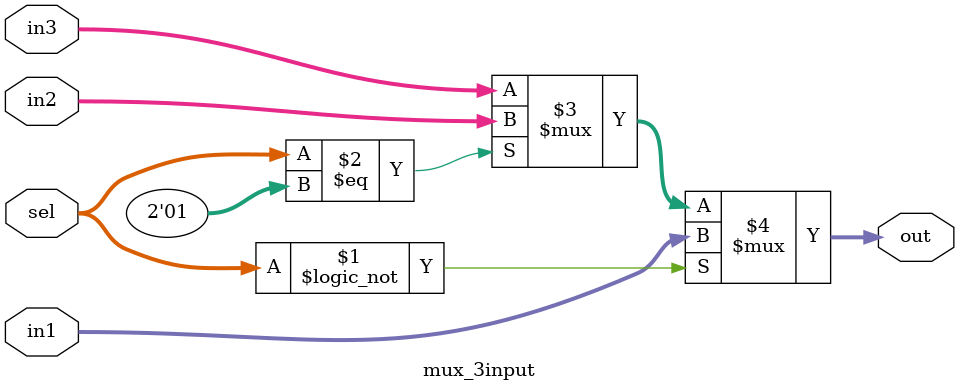
<source format=v>
`include "defines.v"

module mux #(parameter integer LENGTH=16) (in1, in2, sel, out);
  input sel;
  input [LENGTH-1:0] in1, in2;
  output [LENGTH-1:0] out;

  assign out = (sel == 0) ? in1 : in2;
endmodule // mxu

module mux_3input #(parameter integer LENGTH=16) (in1, in2, in3, sel, out);
  input [LENGTH-1:0] in1, in2, in3;
  input [1:0] sel;
  output [LENGTH-1:0] out;

  assign out = (sel == 2'd0) ? in1 :
               (sel == 2'd1) ? in2 : in3;
endmodule // mux

</source>
